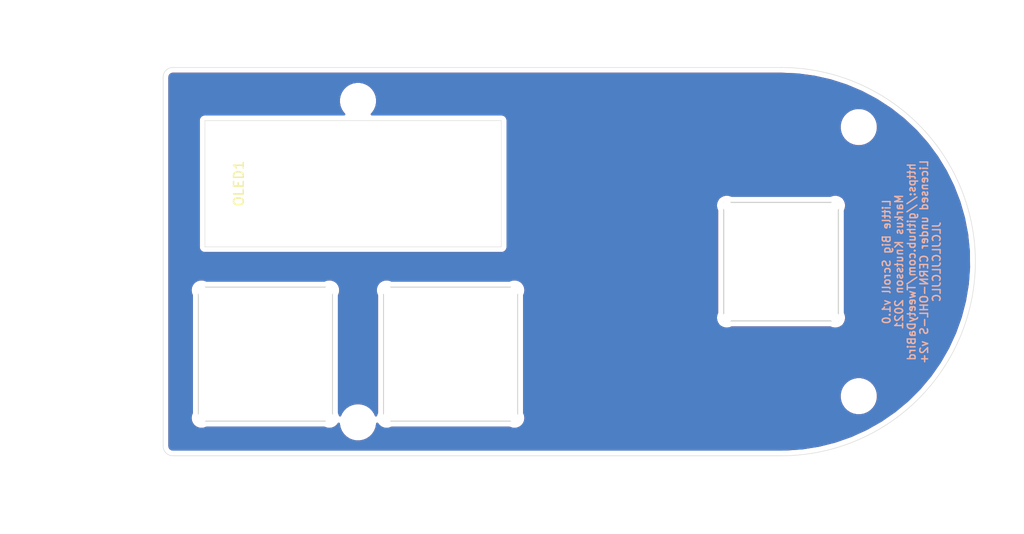
<source format=kicad_pcb>
(kicad_pcb (version 20171130) (host pcbnew "(5.1.9)-1")

  (general
    (thickness 1.6)
    (drawings 14)
    (tracks 0)
    (zones 0)
    (modules 8)
    (nets 1)
  )

  (page A4)
  (title_block
    (title "Little Big Scroll")
    (date 2021-11-30)
    (rev v1.0)
    (company "Markus Knutsson <markus.knutsson@tweety.se>")
    (comment 1 https://github.com/TweetyDaBird)
    (comment 2 "Licensed under CERN-OHL-S v2 or superseding version")
  )

  (layers
    (0 F.Cu signal)
    (31 B.Cu signal)
    (32 B.Adhes user hide)
    (33 F.Adhes user hide)
    (34 B.Paste user hide)
    (35 F.Paste user hide)
    (36 B.SilkS user)
    (37 F.SilkS user)
    (38 B.Mask user hide)
    (39 F.Mask user hide)
    (40 Dwgs.User user hide)
    (41 Cmts.User user hide)
    (42 Eco1.User user hide)
    (43 Eco2.User user hide)
    (44 Edge.Cuts user)
    (45 Margin user hide)
    (46 B.CrtYd user hide)
    (47 F.CrtYd user hide)
    (48 B.Fab user hide)
    (49 F.Fab user hide)
  )

  (setup
    (last_trace_width 0.25)
    (trace_clearance 0.2)
    (zone_clearance 0.508)
    (zone_45_only yes)
    (trace_min 0.2)
    (via_size 0.8)
    (via_drill 0.4)
    (via_min_size 0.4)
    (via_min_drill 0.3)
    (uvia_size 0.3)
    (uvia_drill 0.1)
    (uvias_allowed no)
    (uvia_min_size 0.2)
    (uvia_min_drill 0.1)
    (edge_width 0.05)
    (segment_width 0.2)
    (pcb_text_width 0.3)
    (pcb_text_size 1.5 1.5)
    (mod_edge_width 0.12)
    (mod_text_size 1 1)
    (mod_text_width 0.15)
    (pad_size 1.524 1.524)
    (pad_drill 0.762)
    (pad_to_mask_clearance 0)
    (aux_axis_origin 0 0)
    (visible_elements 7FFFFFFF)
    (pcbplotparams
      (layerselection 0x010fc_ffffffff)
      (usegerberextensions false)
      (usegerberattributes true)
      (usegerberadvancedattributes false)
      (creategerberjobfile false)
      (excludeedgelayer true)
      (linewidth 0.100000)
      (plotframeref false)
      (viasonmask false)
      (mode 1)
      (useauxorigin false)
      (hpglpennumber 1)
      (hpglpenspeed 20)
      (hpglpendiameter 15.000000)
      (psnegative false)
      (psa4output false)
      (plotreference true)
      (plotvalue false)
      (plotinvisibletext false)
      (padsonsilk false)
      (subtractmaskfromsilk true)
      (outputformat 1)
      (mirror false)
      (drillshape 0)
      (scaleselection 1)
      (outputdirectory "Gerbers/"))
  )

  (net 0 "")

  (net_class Default "This is the default net class."
    (clearance 0.2)
    (trace_width 0.25)
    (via_dia 0.8)
    (via_drill 0.4)
    (uvia_dia 0.3)
    (uvia_drill 0.1)
  )

  (net_class VCC ""
    (clearance 0.2)
    (trace_width 0.45)
    (via_dia 0.8)
    (via_drill 0.4)
    (uvia_dia 0.3)
    (uvia_drill 0.1)
  )

  (module keyswitches:OLED_plate_placeholder (layer F.Cu) (tedit 61A616EE) (tstamp 619E9063)
    (at 176.605 103.53)
    (path /619F4369)
    (fp_text reference OLED1 (at -13.01 -0.02 90) (layer F.SilkS)
      (effects (font (size 1 1) (thickness 0.15)))
    )
    (fp_text value OLED_4pin (at -0.5 8) (layer F.Fab)
      (effects (font (size 1 1) (thickness 0.15)))
    )
    (fp_line (start -16.5 6.5) (end 14 6.5) (layer Edge.Cuts) (width 0.04))
    (fp_line (start 14 -6.5) (end -16.5 -6.5) (layer Edge.Cuts) (width 0.04))
    (fp_line (start 14 -6.5) (end 14 6.5) (layer Edge.Cuts) (width 0.04))
    (fp_line (start -16.5 -6.5) (end -16.5 6.5) (layer Edge.Cuts) (width 0.04))
    (model ${KISYS3DMOD}/OLED.3dshapes/OLED_0.91_128x32.stp
      (offset (xyz 0 0 3))
      (scale (xyz 1 1 1))
      (rotate (xyz 0 0 180))
    )
  )

  (module MountingHole:MountingHole_2.7mm_M2.5 (layer F.Cu) (tedit 56D1B4CB) (tstamp 619F2A99)
    (at 175.855 128.105)
    (descr "Mounting Hole 2.7mm, no annular, M2.5")
    (tags "mounting hole 2.7mm no annular m2.5")
    (path /61F12261)
    (attr virtual)
    (fp_text reference H4 (at 0 -3.7) (layer F.SilkS) hide
      (effects (font (size 1 1) (thickness 0.15)))
    )
    (fp_text value Hole (at 0 3.7) (layer F.Fab)
      (effects (font (size 1 1) (thickness 0.15)))
    )
    (fp_circle (center 0 0) (end 2.95 0) (layer F.CrtYd) (width 0.05))
    (fp_circle (center 0 0) (end 2.7 0) (layer Cmts.User) (width 0.15))
    (fp_text user %R (at 0.3 0) (layer F.Fab)
      (effects (font (size 1 1) (thickness 0.15)))
    )
    (pad 1 np_thru_hole circle (at 0 0) (size 2.7 2.7) (drill 2.7) (layers *.Cu *.Mask))
  )

  (module MountingHole:MountingHole_2.7mm_M2.5 (layer F.Cu) (tedit 56D1B4CB) (tstamp 619F2A91)
    (at 227.38 125.411406)
    (descr "Mounting Hole 2.7mm, no annular, M2.5")
    (tags "mounting hole 2.7mm no annular m2.5")
    (path /61F12B94)
    (attr virtual)
    (fp_text reference H3 (at 0 -3.7) (layer F.SilkS) hide
      (effects (font (size 1 1) (thickness 0.15)))
    )
    (fp_text value Hole (at 0 3.7) (layer F.Fab)
      (effects (font (size 1 1) (thickness 0.15)))
    )
    (fp_circle (center 0 0) (end 2.95 0) (layer F.CrtYd) (width 0.05))
    (fp_circle (center 0 0) (end 2.7 0) (layer Cmts.User) (width 0.15))
    (fp_text user %R (at 0.3 0) (layer F.Fab)
      (effects (font (size 1 1) (thickness 0.15)))
    )
    (pad 1 np_thru_hole circle (at 0 0) (size 2.7 2.7) (drill 2.7) (layers *.Cu *.Mask))
  )

  (module MountingHole:MountingHole_2.7mm_M2.5 (layer F.Cu) (tedit 56D1B4CB) (tstamp 619F2A89)
    (at 227.38 97.698594)
    (descr "Mounting Hole 2.7mm, no annular, M2.5")
    (tags "mounting hole 2.7mm no annular m2.5")
    (path /61F11CB7)
    (attr virtual)
    (fp_text reference H2 (at 0 -3.7) (layer F.SilkS) hide
      (effects (font (size 1 1) (thickness 0.15)))
    )
    (fp_text value Hole (at 0 3.7) (layer F.Fab)
      (effects (font (size 1 1) (thickness 0.15)))
    )
    (fp_circle (center 0 0) (end 2.95 0) (layer F.CrtYd) (width 0.05))
    (fp_circle (center 0 0) (end 2.7 0) (layer Cmts.User) (width 0.15))
    (fp_text user %R (at 0.3 0) (layer F.Fab)
      (effects (font (size 1 1) (thickness 0.15)))
    )
    (pad 1 np_thru_hole circle (at 0 0) (size 2.7 2.7) (drill 2.7) (layers *.Cu *.Mask))
  )

  (module MountingHole:MountingHole_2.7mm_M2.5 (layer F.Cu) (tedit 56D1B4CB) (tstamp 619F2A81)
    (at 175.855 95.005)
    (descr "Mounting Hole 2.7mm, no annular, M2.5")
    (tags "mounting hole 2.7mm no annular m2.5")
    (path /61F12E62)
    (attr virtual)
    (fp_text reference H1 (at 0 -3.7) (layer F.SilkS) hide
      (effects (font (size 1 1) (thickness 0.15)))
    )
    (fp_text value Hole (at 0 3.7) (layer F.Fab)
      (effects (font (size 1 1) (thickness 0.15)))
    )
    (fp_circle (center 0 0) (end 2.95 0) (layer F.CrtYd) (width 0.05))
    (fp_circle (center 0 0) (end 2.7 0) (layer Cmts.User) (width 0.15))
    (fp_text user %R (at 0.3 0) (layer F.Fab)
      (effects (font (size 1 1) (thickness 0.15)))
    )
    (pad 1 np_thru_hole circle (at 0 0) (size 2.7 2.7) (drill 2.7) (layers *.Cu *.Mask))
  )

  (module keyswitches:RotaryEncoder_PlateHole_Placeholder (layer F.Cu) (tedit 61A603EE) (tstamp 619F23CE)
    (at 219.38 111.555 90)
    (descr "Alps rotary encoder, EC12E... with switch, vertical shaft, http://www.alps.com/prod/info/E/HTML/Encoder/Incremental/EC11/EC11E15204A3.html")
    (tags "rotary encoder")
    (path /61F0CC2E)
    (fp_text reference SW7 (at -4.7 -7.2 90) (layer F.Fab)
      (effects (font (size 1 1) (thickness 0.15)))
    )
    (fp_text value Rotary_Encoder_Switch (at 0 7.9 90) (layer F.Fab)
      (effects (font (size 1 1) (thickness 0.15)))
    )
    (fp_line (start 6.1 5.9) (end -6.1 5.9) (layer Edge.Cuts) (width 0.12))
    (fp_line (start 6.1 -5.9) (end -6.1 -5.9) (layer Edge.Cuts) (width 0.12))
    (fp_line (start -6.1 -5.9) (end -6.1 5.9) (layer Edge.Cuts) (width 0.12))
    (fp_line (start 6.1 -5.9) (end 6.1 5.9) (layer Edge.Cuts) (width 0.12))
    (pad "" np_thru_hole circle (at 5.7786 -5.5786 90) (size 1 1) (drill 1) (layers *.Cu *.Mask))
    (pad "" np_thru_hole circle (at -5.7786 5.5786 90) (size 1 1) (drill 1) (layers *.Cu *.Mask))
    (pad "" np_thru_hole circle (at -5.7786 -5.5786 90) (size 1 1) (drill 1) (layers *.Cu *.Mask))
    (pad "" np_thru_hole circle (at 5.7786 5.5786 90) (size 1 1) (drill 1) (layers *.Cu *.Mask))
    (model ${KISYS3DMOD}/Rotary_Encoder.3dshapes/RotaryEncoder_Alps_EC11E-Switch_Vertical_H20mm.wrl
      (at (xyz 0 0 0))
      (scale (xyz 1 1 1))
      (rotate (xyz 0 0 0))
    )
  )

  (module keyswitches:Cherry_MX_Plate_Placeholder (layer F.Cu) (tedit 61A601C9) (tstamp 619F03E7)
    (at 185.38 121.08)
    (descr "MX-style keyswitch with reversible Kailh socket mount")
    (tags MX,cherry,gateron,kailh,pg1511,socket)
    (path /61F0A1A5)
    (fp_text reference SW4 (at 0 0) (layer F.SilkS) hide
      (effects (font (size 1.27 1.27) (thickness 0.15)))
    )
    (fp_text value SW_Push (at 0 0) (layer F.SilkS) hide
      (effects (font (size 1.27 1.27) (thickness 0.15)))
    )
    (fp_line (start 6.9 6.9) (end 6.9 -6.9) (layer Edge.Cuts) (width 0.1))
    (fp_line (start -6.9 -6.9) (end -6.9 6.9) (layer Edge.Cuts) (width 0.1))
    (fp_line (start 6.9 -6.9) (end -6.9 -6.9) (layer Edge.Cuts) (width 0.1))
    (fp_line (start -6.9 6.9) (end 6.9 6.9) (layer Edge.Cuts) (width 0.1))
    (pad "" np_thru_hole circle (at -6.5786 -6.5786) (size 1 1) (drill 1) (layers *.Cu *.Mask))
    (pad "" np_thru_hole circle (at 6.5786 -6.5786) (size 1 1) (drill 1) (layers *.Cu *.Mask))
    (pad "" np_thru_hole circle (at 6.5786 6.5786) (size 1 1) (drill 1) (layers *.Cu *.Mask))
    (pad "" np_thru_hole circle (at -6.5786 6.5786) (size 1 1) (drill 1) (layers *.Cu *.Mask))
  )

  (module keyswitches:Cherry_MX_Plate_Placeholder (layer F.Cu) (tedit 61A601C9) (tstamp 619F03AC)
    (at 166.33 121.08)
    (descr "MX-style keyswitch with reversible Kailh socket mount")
    (tags MX,cherry,gateron,kailh,pg1511,socket)
    (path /61F08FF4)
    (fp_text reference SW3 (at 0 0) (layer F.SilkS) hide
      (effects (font (size 1.27 1.27) (thickness 0.15)))
    )
    (fp_text value SW_Push (at 0 0) (layer F.SilkS) hide
      (effects (font (size 1.27 1.27) (thickness 0.15)))
    )
    (fp_line (start 6.9 6.9) (end 6.9 -6.9) (layer Edge.Cuts) (width 0.1))
    (fp_line (start -6.9 -6.9) (end -6.9 6.9) (layer Edge.Cuts) (width 0.1))
    (fp_line (start 6.9 -6.9) (end -6.9 -6.9) (layer Edge.Cuts) (width 0.1))
    (fp_line (start -6.9 6.9) (end 6.9 6.9) (layer Edge.Cuts) (width 0.1))
    (pad "" np_thru_hole circle (at -6.5786 -6.5786) (size 1 1) (drill 1) (layers *.Cu *.Mask))
    (pad "" np_thru_hole circle (at 6.5786 -6.5786) (size 1 1) (drill 1) (layers *.Cu *.Mask))
    (pad "" np_thru_hole circle (at 6.5786 6.5786) (size 1 1) (drill 1) (layers *.Cu *.Mask))
    (pad "" np_thru_hole circle (at -6.5786 6.5786) (size 1 1) (drill 1) (layers *.Cu *.Mask))
  )

  (gr_text "Little Big Scroll v1.0\nMarkus Knutsson 2021\nhttps://github.com/TweetyDaBird\nLicensed under CERN-OHL-S v2+\nJLCJLCJLCJLC" (at 232.81 111.58 90) (layer B.SilkS)
    (effects (font (size 0.8 0.8) (thickness 0.15)) (justify mirror))
  )
  (gr_arc (start 156.805 92.56) (end 156.805 91.56) (angle -90) (layer Edge.Cuts) (width 0.05) (tstamp 61A196CD))
  (gr_arc (start 156.805 130.55) (end 155.805 130.55) (angle -90) (layer Edge.Cuts) (width 0.05))
  (gr_arc (start 219.38 111.555) (end 219.38 131.55) (angle -180) (layer Edge.Cuts) (width 0.05))
  (gr_arc (start 219.38 111.555) (end 219.38 131.555) (angle -180) (layer Dwgs.User) (width 0.15))
  (gr_line (start 155.8 91.555) (end 219.38 91.555) (layer Dwgs.User) (width 0.15) (tstamp 619F7CAD))
  (gr_line (start 155.8 91.555) (end 155.8 131.555) (layer Dwgs.User) (width 0.15))
  (gr_line (start 155.8 131.555) (end 219.38 131.555) (layer Dwgs.User) (width 0.15))
  (gr_circle (center 219.38 111.555) (end 239.38 111.555) (layer Dwgs.User) (width 0.15) (tstamp 619F30B2))
  (gr_line (start 155.805 92.56) (end 155.805 130.55) (layer Edge.Cuts) (width 0.05))
  (gr_line (start 156.805 131.55) (end 219.38 131.55) (layer Edge.Cuts) (width 0.05))
  (gr_line (start 156.805 91.56) (end 219.38 91.56) (layer Edge.Cuts) (width 0.05))
  (gr_circle (center 219.38 111.555) (end 231.38 111.555) (layer Dwgs.User) (width 0.15) (tstamp 619F2630))
  (gr_circle (center 219.38 111.555) (end 234.38 111.555) (layer Dwgs.User) (width 0.15))

  (zone (net 0) (net_name "") (layer F.Cu) (tstamp 0) (hatch edge 0.508)
    (connect_pads (clearance 0.508))
    (min_thickness 0.254)
    (fill yes (arc_segments 32) (thermal_gap 0.508) (thermal_bridge_width 0.508))
    (polygon
      (pts
        (xy 244.38 139.62) (xy 139.02 139.62) (xy 139.02 84.61) (xy 244.38 84.61)
      )
    )
    (filled_polygon
      (pts
        (xy 221.098706 92.297197) (xy 222.803819 92.526222) (xy 224.481811 92.905913) (xy 226.119415 93.433267) (xy 227.703645 94.104102)
        (xy 229.221976 94.913112) (xy 230.662394 95.853901) (xy 232.013458 96.918994) (xy 233.264504 98.099984) (xy 234.405606 99.387499)
        (xy 235.427747 100.771366) (xy 236.322816 102.240608) (xy 237.083738 103.783603) (xy 237.70448 105.388128) (xy 238.180136 107.041486)
        (xy 238.506933 108.730582) (xy 238.682287 110.442044) (xy 238.704806 112.162299) (xy 238.574313 113.877773) (xy 238.291845 115.574833)
        (xy 237.859634 117.240073) (xy 237.281099 118.86031) (xy 236.560832 120.422692) (xy 235.704526 121.914864) (xy 234.71897 123.325002)
        (xy 233.61195 124.64196) (xy 232.392253 125.855287) (xy 231.069527 126.955386) (xy 229.654243 127.933549) (xy 228.157614 128.782025)
        (xy 226.591472 129.494108) (xy 224.968237 130.064147) (xy 223.300765 130.487631) (xy 221.602234 130.761212) (xy 219.875748 130.883454)
        (xy 219.375715 130.89) (xy 156.837279 130.89) (xy 156.739576 130.88042) (xy 156.676643 130.86142) (xy 156.618594 130.830554)
        (xy 156.567657 130.789011) (xy 156.525752 130.738356) (xy 156.494485 130.680529) (xy 156.475044 130.617728) (xy 156.465 130.522165)
        (xy 156.465 114.389612) (xy 158.6164 114.389612) (xy 158.6164 114.613188) (xy 158.660017 114.832467) (xy 158.745 115.037634)
        (xy 158.745001 127.122364) (xy 158.660017 127.327533) (xy 158.6164 127.546812) (xy 158.6164 127.770388) (xy 158.660017 127.989667)
        (xy 158.745576 128.196224) (xy 158.869788 128.38212) (xy 158.892532 128.404864) (xy 158.943289 128.466711) (xy 159.005136 128.517468)
        (xy 159.02788 128.540212) (xy 159.213776 128.664424) (xy 159.420333 128.749983) (xy 159.639612 128.7936) (xy 159.863188 128.7936)
        (xy 160.082467 128.749983) (xy 160.287633 128.665) (xy 172.372367 128.665) (xy 172.577533 128.749983) (xy 172.796812 128.7936)
        (xy 173.020388 128.7936) (xy 173.239667 128.749983) (xy 173.446224 128.664424) (xy 173.63212 128.540212) (xy 173.654864 128.517468)
        (xy 173.716711 128.466711) (xy 173.767468 128.404864) (xy 173.790212 128.38212) (xy 173.87 128.262709) (xy 173.87 128.300505)
        (xy 173.946282 128.684003) (xy 174.095915 129.04525) (xy 174.313149 129.370364) (xy 174.589636 129.646851) (xy 174.91475 129.864085)
        (xy 175.275997 130.013718) (xy 175.659495 130.09) (xy 176.050505 130.09) (xy 176.434003 130.013718) (xy 176.79525 129.864085)
        (xy 177.120364 129.646851) (xy 177.396851 129.370364) (xy 177.614085 129.04525) (xy 177.763718 128.684003) (xy 177.84 128.300505)
        (xy 177.84 128.262709) (xy 177.919788 128.38212) (xy 177.942532 128.404864) (xy 177.993289 128.466711) (xy 178.055136 128.517468)
        (xy 178.07788 128.540212) (xy 178.263776 128.664424) (xy 178.470333 128.749983) (xy 178.689612 128.7936) (xy 178.913188 128.7936)
        (xy 179.132467 128.749983) (xy 179.337633 128.665) (xy 191.422367 128.665) (xy 191.627533 128.749983) (xy 191.846812 128.7936)
        (xy 192.070388 128.7936) (xy 192.289667 128.749983) (xy 192.496224 128.664424) (xy 192.68212 128.540212) (xy 192.704864 128.517468)
        (xy 192.766711 128.466711) (xy 192.817468 128.404864) (xy 192.840212 128.38212) (xy 192.964424 128.196224) (xy 193.049983 127.989667)
        (xy 193.0936 127.770388) (xy 193.0936 127.546812) (xy 193.049983 127.327533) (xy 192.965 127.122367) (xy 192.965 125.215901)
        (xy 225.395 125.215901) (xy 225.395 125.606911) (xy 225.471282 125.990409) (xy 225.620915 126.351656) (xy 225.838149 126.67677)
        (xy 226.114636 126.953257) (xy 226.43975 127.170491) (xy 226.800997 127.320124) (xy 227.184495 127.396406) (xy 227.575505 127.396406)
        (xy 227.959003 127.320124) (xy 228.32025 127.170491) (xy 228.645364 126.953257) (xy 228.921851 126.67677) (xy 229.139085 126.351656)
        (xy 229.288718 125.990409) (xy 229.365 125.606911) (xy 229.365 125.215901) (xy 229.288718 124.832403) (xy 229.139085 124.471156)
        (xy 228.921851 124.146042) (xy 228.645364 123.869555) (xy 228.32025 123.652321) (xy 227.959003 123.502688) (xy 227.575505 123.426406)
        (xy 227.184495 123.426406) (xy 226.800997 123.502688) (xy 226.43975 123.652321) (xy 226.114636 123.869555) (xy 225.838149 124.146042)
        (xy 225.620915 124.471156) (xy 225.471282 124.832403) (xy 225.395 125.215901) (xy 192.965 125.215901) (xy 192.965 115.037633)
        (xy 193.049983 114.832467) (xy 193.0936 114.613188) (xy 193.0936 114.389612) (xy 193.049983 114.170333) (xy 192.964424 113.963776)
        (xy 192.840212 113.77788) (xy 192.817468 113.755136) (xy 192.766711 113.693289) (xy 192.704864 113.642532) (xy 192.68212 113.619788)
        (xy 192.496224 113.495576) (xy 192.289667 113.410017) (xy 192.070388 113.3664) (xy 191.846812 113.3664) (xy 191.627533 113.410017)
        (xy 191.422367 113.495) (xy 179.337633 113.495) (xy 179.132467 113.410017) (xy 178.913188 113.3664) (xy 178.689612 113.3664)
        (xy 178.470333 113.410017) (xy 178.263776 113.495576) (xy 178.07788 113.619788) (xy 178.055136 113.642532) (xy 177.993289 113.693289)
        (xy 177.942532 113.755136) (xy 177.919788 113.77788) (xy 177.795576 113.963776) (xy 177.710017 114.170333) (xy 177.6664 114.389612)
        (xy 177.6664 114.613188) (xy 177.710017 114.832467) (xy 177.795 115.037634) (xy 177.795001 127.122364) (xy 177.710017 127.327533)
        (xy 177.700769 127.374025) (xy 177.614085 127.16475) (xy 177.396851 126.839636) (xy 177.120364 126.563149) (xy 176.79525 126.345915)
        (xy 176.434003 126.196282) (xy 176.050505 126.12) (xy 175.659495 126.12) (xy 175.275997 126.196282) (xy 174.91475 126.345915)
        (xy 174.589636 126.563149) (xy 174.313149 126.839636) (xy 174.095915 127.16475) (xy 174.009231 127.374025) (xy 173.999983 127.327533)
        (xy 173.915 127.122367) (xy 173.915 115.037633) (xy 173.999983 114.832467) (xy 174.0436 114.613188) (xy 174.0436 114.389612)
        (xy 173.999983 114.170333) (xy 173.914424 113.963776) (xy 173.790212 113.77788) (xy 173.767468 113.755136) (xy 173.716711 113.693289)
        (xy 173.654864 113.642532) (xy 173.63212 113.619788) (xy 173.446224 113.495576) (xy 173.239667 113.410017) (xy 173.020388 113.3664)
        (xy 172.796812 113.3664) (xy 172.577533 113.410017) (xy 172.372367 113.495) (xy 160.287633 113.495) (xy 160.082467 113.410017)
        (xy 159.863188 113.3664) (xy 159.639612 113.3664) (xy 159.420333 113.410017) (xy 159.213776 113.495576) (xy 159.02788 113.619788)
        (xy 159.005136 113.642532) (xy 158.943289 113.693289) (xy 158.892532 113.755136) (xy 158.869788 113.77788) (xy 158.745576 113.963776)
        (xy 158.660017 114.170333) (xy 158.6164 114.389612) (xy 156.465 114.389612) (xy 156.465 97.03) (xy 159.446831 97.03)
        (xy 159.45 97.062174) (xy 159.450001 109.997816) (xy 159.446831 110.03) (xy 159.459478 110.158402) (xy 159.496931 110.28187)
        (xy 159.557752 110.395659) (xy 159.639604 110.495396) (xy 159.739341 110.577248) (xy 159.85313 110.638069) (xy 159.976598 110.675522)
        (xy 160.072826 110.685) (xy 160.105 110.688169) (xy 160.137174 110.685) (xy 190.572826 110.685) (xy 190.605 110.688169)
        (xy 190.637174 110.685) (xy 190.733402 110.675522) (xy 190.85687 110.638069) (xy 190.970659 110.577248) (xy 191.070396 110.495396)
        (xy 191.152248 110.395659) (xy 191.213069 110.28187) (xy 191.250522 110.158402) (xy 191.263169 110.03) (xy 191.26 109.997826)
        (xy 191.26 105.664612) (xy 212.6664 105.664612) (xy 212.6664 105.888188) (xy 212.710017 106.107467) (xy 212.785 106.288492)
        (xy 212.785001 116.821506) (xy 212.710017 117.002533) (xy 212.6664 117.221812) (xy 212.6664 117.445388) (xy 212.710017 117.664667)
        (xy 212.795576 117.871224) (xy 212.855296 117.960601) (xy 212.899333 118.042989) (xy 212.986183 118.148817) (xy 213.092011 118.235667)
        (xy 213.174399 118.279704) (xy 213.263776 118.339424) (xy 213.470333 118.424983) (xy 213.689612 118.4686) (xy 213.913188 118.4686)
        (xy 214.132467 118.424983) (xy 214.313491 118.35) (xy 224.446509 118.35) (xy 224.627533 118.424983) (xy 224.846812 118.4686)
        (xy 225.070388 118.4686) (xy 225.289667 118.424983) (xy 225.496224 118.339424) (xy 225.585601 118.279704) (xy 225.667989 118.235667)
        (xy 225.773817 118.148817) (xy 225.860667 118.042989) (xy 225.904704 117.960601) (xy 225.964424 117.871224) (xy 226.049983 117.664667)
        (xy 226.0936 117.445388) (xy 226.0936 117.221812) (xy 226.049983 117.002533) (xy 225.975 116.821509) (xy 225.975 106.288491)
        (xy 226.049983 106.107467) (xy 226.0936 105.888188) (xy 226.0936 105.664612) (xy 226.049983 105.445333) (xy 225.964424 105.238776)
        (xy 225.904704 105.149399) (xy 225.860667 105.067011) (xy 225.773817 104.961183) (xy 225.667989 104.874333) (xy 225.585601 104.830296)
        (xy 225.496224 104.770576) (xy 225.289667 104.685017) (xy 225.070388 104.6414) (xy 224.846812 104.6414) (xy 224.627533 104.685017)
        (xy 224.446509 104.76) (xy 214.313491 104.76) (xy 214.132467 104.685017) (xy 213.913188 104.6414) (xy 213.689612 104.6414)
        (xy 213.470333 104.685017) (xy 213.263776 104.770576) (xy 213.174399 104.830296) (xy 213.092011 104.874333) (xy 212.986183 104.961183)
        (xy 212.899333 105.067011) (xy 212.855296 105.149399) (xy 212.795576 105.238776) (xy 212.710017 105.445333) (xy 212.6664 105.664612)
        (xy 191.26 105.664612) (xy 191.26 97.503089) (xy 225.395 97.503089) (xy 225.395 97.894099) (xy 225.471282 98.277597)
        (xy 225.620915 98.638844) (xy 225.838149 98.963958) (xy 226.114636 99.240445) (xy 226.43975 99.457679) (xy 226.800997 99.607312)
        (xy 227.184495 99.683594) (xy 227.575505 99.683594) (xy 227.959003 99.607312) (xy 228.32025 99.457679) (xy 228.645364 99.240445)
        (xy 228.921851 98.963958) (xy 229.139085 98.638844) (xy 229.288718 98.277597) (xy 229.365 97.894099) (xy 229.365 97.503089)
        (xy 229.288718 97.119591) (xy 229.139085 96.758344) (xy 228.921851 96.43323) (xy 228.645364 96.156743) (xy 228.32025 95.939509)
        (xy 227.959003 95.789876) (xy 227.575505 95.713594) (xy 227.184495 95.713594) (xy 226.800997 95.789876) (xy 226.43975 95.939509)
        (xy 226.114636 96.156743) (xy 225.838149 96.43323) (xy 225.620915 96.758344) (xy 225.471282 97.119591) (xy 225.395 97.503089)
        (xy 191.26 97.503089) (xy 191.26 97.062174) (xy 191.263169 97.03) (xy 191.250522 96.901598) (xy 191.213069 96.77813)
        (xy 191.152248 96.664341) (xy 191.070396 96.564604) (xy 190.970659 96.482752) (xy 190.85687 96.421931) (xy 190.733402 96.384478)
        (xy 190.637174 96.375) (xy 190.605 96.371831) (xy 190.572826 96.375) (xy 177.292215 96.375) (xy 177.396851 96.270364)
        (xy 177.614085 95.94525) (xy 177.763718 95.584003) (xy 177.84 95.200505) (xy 177.84 94.809495) (xy 177.763718 94.425997)
        (xy 177.614085 94.06475) (xy 177.396851 93.739636) (xy 177.120364 93.463149) (xy 176.79525 93.245915) (xy 176.434003 93.096282)
        (xy 176.050505 93.02) (xy 175.659495 93.02) (xy 175.275997 93.096282) (xy 174.91475 93.245915) (xy 174.589636 93.463149)
        (xy 174.313149 93.739636) (xy 174.095915 94.06475) (xy 173.946282 94.425997) (xy 173.87 94.809495) (xy 173.87 95.200505)
        (xy 173.946282 95.584003) (xy 174.095915 95.94525) (xy 174.313149 96.270364) (xy 174.417785 96.375) (xy 160.137174 96.375)
        (xy 160.105 96.371831) (xy 160.072826 96.375) (xy 159.976598 96.384478) (xy 159.85313 96.421931) (xy 159.739341 96.482752)
        (xy 159.639604 96.564604) (xy 159.557752 96.664341) (xy 159.496931 96.77813) (xy 159.459478 96.901598) (xy 159.446831 97.03)
        (xy 156.465 97.03) (xy 156.465 92.592279) (xy 156.47458 92.494576) (xy 156.49358 92.431644) (xy 156.524445 92.373595)
        (xy 156.565989 92.322657) (xy 156.616644 92.280752) (xy 156.674471 92.249485) (xy 156.737272 92.230044) (xy 156.832835 92.22)
        (xy 219.365321 92.22)
      )
    )
  )
  (zone (net 0) (net_name "") (layer B.Cu) (tstamp 61A6775C) (hatch edge 0.508)
    (connect_pads (clearance 0.508))
    (min_thickness 0.254)
    (fill yes (arc_segments 32) (thermal_gap 0.508) (thermal_bridge_width 0.508))
    (polygon
      (pts
        (xy 244.38 139.62) (xy 139.02 139.62) (xy 139.02 84.61) (xy 244.38 84.61)
      )
    )
    (filled_polygon
      (pts
        (xy 221.098706 92.297197) (xy 222.803819 92.526222) (xy 224.481811 92.905913) (xy 226.119415 93.433267) (xy 227.703645 94.104102)
        (xy 229.221976 94.913112) (xy 230.662394 95.853901) (xy 232.013458 96.918994) (xy 233.264504 98.099984) (xy 234.405606 99.387499)
        (xy 235.427747 100.771366) (xy 236.322816 102.240608) (xy 237.083738 103.783603) (xy 237.70448 105.388128) (xy 238.180136 107.041486)
        (xy 238.506933 108.730582) (xy 238.682287 110.442044) (xy 238.704806 112.162299) (xy 238.574313 113.877773) (xy 238.291845 115.574833)
        (xy 237.859634 117.240073) (xy 237.281099 118.86031) (xy 236.560832 120.422692) (xy 235.704526 121.914864) (xy 234.71897 123.325002)
        (xy 233.61195 124.64196) (xy 232.392253 125.855287) (xy 231.069527 126.955386) (xy 229.654243 127.933549) (xy 228.157614 128.782025)
        (xy 226.591472 129.494108) (xy 224.968237 130.064147) (xy 223.300765 130.487631) (xy 221.602234 130.761212) (xy 219.875748 130.883454)
        (xy 219.375715 130.89) (xy 156.837279 130.89) (xy 156.739576 130.88042) (xy 156.676643 130.86142) (xy 156.618594 130.830554)
        (xy 156.567657 130.789011) (xy 156.525752 130.738356) (xy 156.494485 130.680529) (xy 156.475044 130.617728) (xy 156.465 130.522165)
        (xy 156.465 114.389612) (xy 158.6164 114.389612) (xy 158.6164 114.613188) (xy 158.660017 114.832467) (xy 158.745 115.037634)
        (xy 158.745001 127.122364) (xy 158.660017 127.327533) (xy 158.6164 127.546812) (xy 158.6164 127.770388) (xy 158.660017 127.989667)
        (xy 158.745576 128.196224) (xy 158.869788 128.38212) (xy 158.892532 128.404864) (xy 158.943289 128.466711) (xy 159.005136 128.517468)
        (xy 159.02788 128.540212) (xy 159.213776 128.664424) (xy 159.420333 128.749983) (xy 159.639612 128.7936) (xy 159.863188 128.7936)
        (xy 160.082467 128.749983) (xy 160.287633 128.665) (xy 172.372367 128.665) (xy 172.577533 128.749983) (xy 172.796812 128.7936)
        (xy 173.020388 128.7936) (xy 173.239667 128.749983) (xy 173.446224 128.664424) (xy 173.63212 128.540212) (xy 173.654864 128.517468)
        (xy 173.716711 128.466711) (xy 173.767468 128.404864) (xy 173.790212 128.38212) (xy 173.87 128.262709) (xy 173.87 128.300505)
        (xy 173.946282 128.684003) (xy 174.095915 129.04525) (xy 174.313149 129.370364) (xy 174.589636 129.646851) (xy 174.91475 129.864085)
        (xy 175.275997 130.013718) (xy 175.659495 130.09) (xy 176.050505 130.09) (xy 176.434003 130.013718) (xy 176.79525 129.864085)
        (xy 177.120364 129.646851) (xy 177.396851 129.370364) (xy 177.614085 129.04525) (xy 177.763718 128.684003) (xy 177.84 128.300505)
        (xy 177.84 128.262709) (xy 177.919788 128.38212) (xy 177.942532 128.404864) (xy 177.993289 128.466711) (xy 178.055136 128.517468)
        (xy 178.07788 128.540212) (xy 178.263776 128.664424) (xy 178.470333 128.749983) (xy 178.689612 128.7936) (xy 178.913188 128.7936)
        (xy 179.132467 128.749983) (xy 179.337633 128.665) (xy 191.422367 128.665) (xy 191.627533 128.749983) (xy 191.846812 128.7936)
        (xy 192.070388 128.7936) (xy 192.289667 128.749983) (xy 192.496224 128.664424) (xy 192.68212 128.540212) (xy 192.704864 128.517468)
        (xy 192.766711 128.466711) (xy 192.817468 128.404864) (xy 192.840212 128.38212) (xy 192.964424 128.196224) (xy 193.049983 127.989667)
        (xy 193.0936 127.770388) (xy 193.0936 127.546812) (xy 193.049983 127.327533) (xy 192.965 127.122367) (xy 192.965 125.215901)
        (xy 225.395 125.215901) (xy 225.395 125.606911) (xy 225.471282 125.990409) (xy 225.620915 126.351656) (xy 225.838149 126.67677)
        (xy 226.114636 126.953257) (xy 226.43975 127.170491) (xy 226.800997 127.320124) (xy 227.184495 127.396406) (xy 227.575505 127.396406)
        (xy 227.959003 127.320124) (xy 228.32025 127.170491) (xy 228.645364 126.953257) (xy 228.921851 126.67677) (xy 229.139085 126.351656)
        (xy 229.288718 125.990409) (xy 229.365 125.606911) (xy 229.365 125.215901) (xy 229.288718 124.832403) (xy 229.139085 124.471156)
        (xy 228.921851 124.146042) (xy 228.645364 123.869555) (xy 228.32025 123.652321) (xy 227.959003 123.502688) (xy 227.575505 123.426406)
        (xy 227.184495 123.426406) (xy 226.800997 123.502688) (xy 226.43975 123.652321) (xy 226.114636 123.869555) (xy 225.838149 124.146042)
        (xy 225.620915 124.471156) (xy 225.471282 124.832403) (xy 225.395 125.215901) (xy 192.965 125.215901) (xy 192.965 115.037633)
        (xy 193.049983 114.832467) (xy 193.0936 114.613188) (xy 193.0936 114.389612) (xy 193.049983 114.170333) (xy 192.964424 113.963776)
        (xy 192.840212 113.77788) (xy 192.817468 113.755136) (xy 192.766711 113.693289) (xy 192.704864 113.642532) (xy 192.68212 113.619788)
        (xy 192.496224 113.495576) (xy 192.289667 113.410017) (xy 192.070388 113.3664) (xy 191.846812 113.3664) (xy 191.627533 113.410017)
        (xy 191.422367 113.495) (xy 179.337633 113.495) (xy 179.132467 113.410017) (xy 178.913188 113.3664) (xy 178.689612 113.3664)
        (xy 178.470333 113.410017) (xy 178.263776 113.495576) (xy 178.07788 113.619788) (xy 178.055136 113.642532) (xy 177.993289 113.693289)
        (xy 177.942532 113.755136) (xy 177.919788 113.77788) (xy 177.795576 113.963776) (xy 177.710017 114.170333) (xy 177.6664 114.389612)
        (xy 177.6664 114.613188) (xy 177.710017 114.832467) (xy 177.795 115.037634) (xy 177.795001 127.122364) (xy 177.710017 127.327533)
        (xy 177.700769 127.374025) (xy 177.614085 127.16475) (xy 177.396851 126.839636) (xy 177.120364 126.563149) (xy 176.79525 126.345915)
        (xy 176.434003 126.196282) (xy 176.050505 126.12) (xy 175.659495 126.12) (xy 175.275997 126.196282) (xy 174.91475 126.345915)
        (xy 174.589636 126.563149) (xy 174.313149 126.839636) (xy 174.095915 127.16475) (xy 174.009231 127.374025) (xy 173.999983 127.327533)
        (xy 173.915 127.122367) (xy 173.915 115.037633) (xy 173.999983 114.832467) (xy 174.0436 114.613188) (xy 174.0436 114.389612)
        (xy 173.999983 114.170333) (xy 173.914424 113.963776) (xy 173.790212 113.77788) (xy 173.767468 113.755136) (xy 173.716711 113.693289)
        (xy 173.654864 113.642532) (xy 173.63212 113.619788) (xy 173.446224 113.495576) (xy 173.239667 113.410017) (xy 173.020388 113.3664)
        (xy 172.796812 113.3664) (xy 172.577533 113.410017) (xy 172.372367 113.495) (xy 160.287633 113.495) (xy 160.082467 113.410017)
        (xy 159.863188 113.3664) (xy 159.639612 113.3664) (xy 159.420333 113.410017) (xy 159.213776 113.495576) (xy 159.02788 113.619788)
        (xy 159.005136 113.642532) (xy 158.943289 113.693289) (xy 158.892532 113.755136) (xy 158.869788 113.77788) (xy 158.745576 113.963776)
        (xy 158.660017 114.170333) (xy 158.6164 114.389612) (xy 156.465 114.389612) (xy 156.465 97.03) (xy 159.446831 97.03)
        (xy 159.45 97.062174) (xy 159.450001 109.997816) (xy 159.446831 110.03) (xy 159.459478 110.158402) (xy 159.496931 110.28187)
        (xy 159.557752 110.395659) (xy 159.639604 110.495396) (xy 159.739341 110.577248) (xy 159.85313 110.638069) (xy 159.976598 110.675522)
        (xy 160.072826 110.685) (xy 160.105 110.688169) (xy 160.137174 110.685) (xy 190.572826 110.685) (xy 190.605 110.688169)
        (xy 190.637174 110.685) (xy 190.733402 110.675522) (xy 190.85687 110.638069) (xy 190.970659 110.577248) (xy 191.070396 110.495396)
        (xy 191.152248 110.395659) (xy 191.213069 110.28187) (xy 191.250522 110.158402) (xy 191.263169 110.03) (xy 191.26 109.997826)
        (xy 191.26 105.664612) (xy 212.6664 105.664612) (xy 212.6664 105.888188) (xy 212.710017 106.107467) (xy 212.785 106.288492)
        (xy 212.785001 116.821506) (xy 212.710017 117.002533) (xy 212.6664 117.221812) (xy 212.6664 117.445388) (xy 212.710017 117.664667)
        (xy 212.795576 117.871224) (xy 212.855296 117.960601) (xy 212.899333 118.042989) (xy 212.986183 118.148817) (xy 213.092011 118.235667)
        (xy 213.174399 118.279704) (xy 213.263776 118.339424) (xy 213.470333 118.424983) (xy 213.689612 118.4686) (xy 213.913188 118.4686)
        (xy 214.132467 118.424983) (xy 214.313491 118.35) (xy 224.446509 118.35) (xy 224.627533 118.424983) (xy 224.846812 118.4686)
        (xy 225.070388 118.4686) (xy 225.289667 118.424983) (xy 225.496224 118.339424) (xy 225.585601 118.279704) (xy 225.667989 118.235667)
        (xy 225.773817 118.148817) (xy 225.860667 118.042989) (xy 225.904704 117.960601) (xy 225.964424 117.871224) (xy 226.049983 117.664667)
        (xy 226.0936 117.445388) (xy 226.0936 117.221812) (xy 226.049983 117.002533) (xy 225.975 116.821509) (xy 225.975 106.288491)
        (xy 226.049983 106.107467) (xy 226.0936 105.888188) (xy 226.0936 105.664612) (xy 226.049983 105.445333) (xy 225.964424 105.238776)
        (xy 225.904704 105.149399) (xy 225.860667 105.067011) (xy 225.773817 104.961183) (xy 225.667989 104.874333) (xy 225.585601 104.830296)
        (xy 225.496224 104.770576) (xy 225.289667 104.685017) (xy 225.070388 104.6414) (xy 224.846812 104.6414) (xy 224.627533 104.685017)
        (xy 224.446509 104.76) (xy 214.313491 104.76) (xy 214.132467 104.685017) (xy 213.913188 104.6414) (xy 213.689612 104.6414)
        (xy 213.470333 104.685017) (xy 213.263776 104.770576) (xy 213.174399 104.830296) (xy 213.092011 104.874333) (xy 212.986183 104.961183)
        (xy 212.899333 105.067011) (xy 212.855296 105.149399) (xy 212.795576 105.238776) (xy 212.710017 105.445333) (xy 212.6664 105.664612)
        (xy 191.26 105.664612) (xy 191.26 97.503089) (xy 225.395 97.503089) (xy 225.395 97.894099) (xy 225.471282 98.277597)
        (xy 225.620915 98.638844) (xy 225.838149 98.963958) (xy 226.114636 99.240445) (xy 226.43975 99.457679) (xy 226.800997 99.607312)
        (xy 227.184495 99.683594) (xy 227.575505 99.683594) (xy 227.959003 99.607312) (xy 228.32025 99.457679) (xy 228.645364 99.240445)
        (xy 228.921851 98.963958) (xy 229.139085 98.638844) (xy 229.288718 98.277597) (xy 229.365 97.894099) (xy 229.365 97.503089)
        (xy 229.288718 97.119591) (xy 229.139085 96.758344) (xy 228.921851 96.43323) (xy 228.645364 96.156743) (xy 228.32025 95.939509)
        (xy 227.959003 95.789876) (xy 227.575505 95.713594) (xy 227.184495 95.713594) (xy 226.800997 95.789876) (xy 226.43975 95.939509)
        (xy 226.114636 96.156743) (xy 225.838149 96.43323) (xy 225.620915 96.758344) (xy 225.471282 97.119591) (xy 225.395 97.503089)
        (xy 191.26 97.503089) (xy 191.26 97.062174) (xy 191.263169 97.03) (xy 191.250522 96.901598) (xy 191.213069 96.77813)
        (xy 191.152248 96.664341) (xy 191.070396 96.564604) (xy 190.970659 96.482752) (xy 190.85687 96.421931) (xy 190.733402 96.384478)
        (xy 190.637174 96.375) (xy 190.605 96.371831) (xy 190.572826 96.375) (xy 177.292215 96.375) (xy 177.396851 96.270364)
        (xy 177.614085 95.94525) (xy 177.763718 95.584003) (xy 177.84 95.200505) (xy 177.84 94.809495) (xy 177.763718 94.425997)
        (xy 177.614085 94.06475) (xy 177.396851 93.739636) (xy 177.120364 93.463149) (xy 176.79525 93.245915) (xy 176.434003 93.096282)
        (xy 176.050505 93.02) (xy 175.659495 93.02) (xy 175.275997 93.096282) (xy 174.91475 93.245915) (xy 174.589636 93.463149)
        (xy 174.313149 93.739636) (xy 174.095915 94.06475) (xy 173.946282 94.425997) (xy 173.87 94.809495) (xy 173.87 95.200505)
        (xy 173.946282 95.584003) (xy 174.095915 95.94525) (xy 174.313149 96.270364) (xy 174.417785 96.375) (xy 160.137174 96.375)
        (xy 160.105 96.371831) (xy 160.072826 96.375) (xy 159.976598 96.384478) (xy 159.85313 96.421931) (xy 159.739341 96.482752)
        (xy 159.639604 96.564604) (xy 159.557752 96.664341) (xy 159.496931 96.77813) (xy 159.459478 96.901598) (xy 159.446831 97.03)
        (xy 156.465 97.03) (xy 156.465 92.592279) (xy 156.47458 92.494576) (xy 156.49358 92.431644) (xy 156.524445 92.373595)
        (xy 156.565989 92.322657) (xy 156.616644 92.280752) (xy 156.674471 92.249485) (xy 156.737272 92.230044) (xy 156.832835 92.22)
        (xy 219.365321 92.22)
      )
    )
  )
)

</source>
